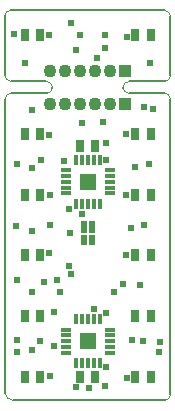
<source format=gbs>
G04 Layer_Color=16711935*
%FSLAX43Y43*%
%MOMM*%
G71*
G01*
G75*
%ADD14C,0.160*%
%ADD16C,0.100*%
%ADD33C,1.102*%
%ADD34R,1.102X1.102*%
%ADD35C,0.602*%
%ADD36R,1.372X1.372*%
%ADD37R,0.406X0.965*%
%ADD38R,0.965X0.406*%
%ADD39R,0.802X1.002*%
%ADD40R,0.482X1.122*%
%ADD41R,0.482X0.862*%
D14*
X637Y0D02*
X13500D01*
X14000Y500D02*
Y637D01*
Y25500D01*
X10450Y26000D02*
X13500D01*
X10000Y26450D02*
Y26500D01*
X10500Y27000D02*
X13500D01*
X14000Y27500D02*
Y32500D01*
X13363Y33000D02*
X13500D01*
X400D02*
X13363D01*
X-0Y27500D02*
Y32600D01*
X500Y27000D02*
X3500D01*
X4000Y26450D02*
Y26500D01*
X500Y26000D02*
X3550D01*
X-0Y25363D02*
Y25500D01*
Y637D02*
Y25363D01*
D16*
X13500Y0D02*
G03*
X14000Y500I0J500D01*
G01*
Y25500D02*
G03*
X13500Y26000I-500J0D01*
G01*
X10000Y26450D02*
G03*
X10450Y26000I450J0D01*
G01*
X10500Y27000D02*
G03*
X10000Y26500I0J-500D01*
G01*
X13500Y27000D02*
G03*
X14000Y27500I0J500D01*
G01*
Y32500D02*
G03*
X13500Y33000I-500J0D01*
G01*
X400D02*
G03*
X0Y32600I0J-400D01*
G01*
Y27500D02*
G03*
X500Y27000I500J0D01*
G01*
X4000Y26500D02*
G03*
X3500Y27000I-500J0D01*
G01*
X3550Y26000D02*
G03*
X4000Y26450I0J450D01*
G01*
X500Y26000D02*
G03*
X0Y25500I0J-500D01*
G01*
Y637D02*
G03*
X637Y0I637J0D01*
G01*
D33*
X3825Y25050D02*
D03*
X5095D02*
D03*
X6365D02*
D03*
X7635D02*
D03*
X8905D02*
D03*
Y27900D02*
D03*
X7635D02*
D03*
X6365D02*
D03*
X5095D02*
D03*
X3825D02*
D03*
D34*
X10175Y25050D02*
D03*
Y27900D02*
D03*
D35*
X8250Y23575D02*
D03*
X8522Y21776D02*
D03*
X11000Y19725D02*
D03*
X5000Y20275D02*
D03*
X3000Y20351D02*
D03*
X4391Y10178D02*
D03*
X4108Y7474D02*
D03*
X7775Y28975D02*
D03*
X6025Y29625D02*
D03*
X950Y14775D02*
D03*
X3775Y17375D02*
D03*
X12241Y28584D02*
D03*
X8425Y30900D02*
D03*
X6330D02*
D03*
X1675Y28575D02*
D03*
X2250Y4258D02*
D03*
X8425Y29800D02*
D03*
X5550Y31950D02*
D03*
X975Y5075D02*
D03*
X1000Y10150D02*
D03*
X2250Y9200D02*
D03*
Y24550D02*
D03*
X750Y31052D02*
D03*
X3750Y30900D02*
D03*
X10250Y17400D02*
D03*
X11400Y9725D02*
D03*
X10275Y12275D02*
D03*
X10625Y14575D02*
D03*
X1000Y4100D02*
D03*
X6525Y23500D02*
D03*
X4150Y4600D02*
D03*
X2971Y5000D02*
D03*
X12200Y19986D02*
D03*
X8550Y20376D02*
D03*
Y2825D02*
D03*
X8432Y1203D02*
D03*
X13000Y4125D02*
D03*
X10276Y1850D02*
D03*
X11775Y24800D02*
D03*
X2250Y14301D02*
D03*
X3702Y12442D02*
D03*
X3725Y22476D02*
D03*
X2250Y19647D02*
D03*
X979Y20018D02*
D03*
X3775Y2025D02*
D03*
X11764Y14875D02*
D03*
X7111Y1025D02*
D03*
X7525Y7750D02*
D03*
X13075Y4950D02*
D03*
X11675Y5025D02*
D03*
X10701Y5100D02*
D03*
X8550Y7350D02*
D03*
X9250Y9175D02*
D03*
X9950Y9875D02*
D03*
X5575Y10725D02*
D03*
X5427Y11378D02*
D03*
X3825Y14850D02*
D03*
X6000Y1125D02*
D03*
X4650Y9175D02*
D03*
X3325Y9975D02*
D03*
X10275Y22550D02*
D03*
X5427Y16166D02*
D03*
X6525Y15776D02*
D03*
X10276Y30751D02*
D03*
X12550Y24650D02*
D03*
X5525Y14175D02*
D03*
D36*
X7000Y4998D02*
D03*
Y18500D02*
D03*
D37*
X7991Y6878D02*
D03*
X7508D02*
D03*
X7000D02*
D03*
X6492D02*
D03*
X6009D02*
D03*
Y3118D02*
D03*
X6492D02*
D03*
X7000D02*
D03*
X7508D02*
D03*
X7991D02*
D03*
X6009Y20380D02*
D03*
X6492D02*
D03*
X7000D02*
D03*
X7508D02*
D03*
X7991D02*
D03*
Y16620D02*
D03*
X7508D02*
D03*
X7000D02*
D03*
X6492D02*
D03*
X6009D02*
D03*
D38*
X5120Y5989D02*
D03*
Y5506D02*
D03*
Y4998D02*
D03*
Y4490D02*
D03*
Y4007D02*
D03*
X8880D02*
D03*
Y4490D02*
D03*
Y4998D02*
D03*
Y5506D02*
D03*
Y5989D02*
D03*
X5120Y17509D02*
D03*
Y17992D02*
D03*
Y18500D02*
D03*
Y19008D02*
D03*
Y19491D02*
D03*
X8880D02*
D03*
Y19008D02*
D03*
Y18500D02*
D03*
Y17992D02*
D03*
Y17509D02*
D03*
D39*
X1650Y12269D02*
D03*
X2950D02*
D03*
X12333Y17404D02*
D03*
X11033D02*
D03*
X12333Y22539D02*
D03*
X11033D02*
D03*
X12333Y12269D02*
D03*
X11033D02*
D03*
X6350Y21498D02*
D03*
X7650D02*
D03*
X12333Y2000D02*
D03*
X11033D02*
D03*
X12333Y30900D02*
D03*
X11033D02*
D03*
X1650Y22539D02*
D03*
X2950D02*
D03*
X1650Y17404D02*
D03*
X2950D02*
D03*
X1650Y2000D02*
D03*
X2950D02*
D03*
X7650D02*
D03*
X6350D02*
D03*
X1650Y7135D02*
D03*
X2950D02*
D03*
X1650Y30900D02*
D03*
X2950D02*
D03*
X11033Y7127D02*
D03*
X12333D02*
D03*
D40*
X7320Y14670D02*
D03*
X6680D02*
D03*
D41*
X7320Y13530D02*
D03*
X6680D02*
D03*
M02*

</source>
